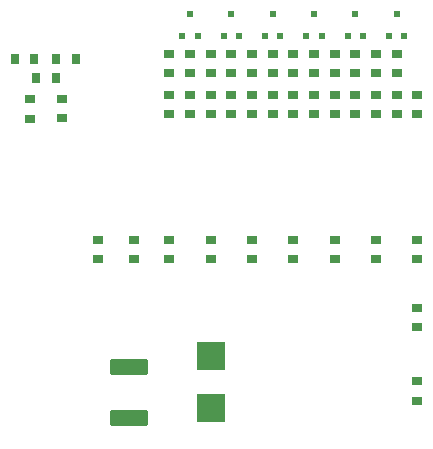
<source format=gbp>
G04*
G04 #@! TF.GenerationSoftware,Altium Limited,CircuitStudio,1.5.2 (30)*
G04*
G04 Layer_Color=16770453*
%FSLAX44Y44*%
%MOMM*%
G71*
G01*
G75*
%ADD10R,0.9300X0.7900*%
%ADD15R,0.7900X0.9300*%
%ADD26R,2.4000X2.4000*%
G04:AMPARAMS|DCode=27|XSize=1.34mm|YSize=3.29mm|CornerRadius=0.1675mm|HoleSize=0mm|Usage=FLASHONLY|Rotation=90.000|XOffset=0mm|YOffset=0mm|HoleType=Round|Shape=RoundedRectangle|*
%AMROUNDEDRECTD27*
21,1,1.3400,2.9550,0,0,90.0*
21,1,1.0050,3.2900,0,0,90.0*
1,1,0.3350,1.4775,0.5025*
1,1,0.3350,1.4775,-0.5025*
1,1,0.3350,-1.4775,-0.5025*
1,1,0.3350,-1.4775,0.5025*
%
%ADD27ROUNDEDRECTD27*%
%ADD28R,0.6000X0.6000*%
D10*
X452500Y943200D02*
D03*
Y926800D02*
D03*
X482500Y943200D02*
D03*
Y926800D02*
D03*
X722500D02*
D03*
Y943200D02*
D03*
X394430Y1045790D02*
D03*
Y1062190D02*
D03*
X421730Y1045890D02*
D03*
Y1062290D02*
D03*
X652580Y1100690D02*
D03*
Y1084290D02*
D03*
X617580Y1100690D02*
D03*
Y1084290D02*
D03*
X582580Y1100690D02*
D03*
Y1084290D02*
D03*
X547580Y1100690D02*
D03*
Y1084290D02*
D03*
X512500Y1100700D02*
D03*
Y1084300D02*
D03*
X687580Y1049290D02*
D03*
Y1065690D02*
D03*
X652580Y1049290D02*
D03*
Y1065690D02*
D03*
X617580Y1049290D02*
D03*
Y1065690D02*
D03*
X582580Y1049290D02*
D03*
Y1065690D02*
D03*
X547580Y1049290D02*
D03*
Y1065690D02*
D03*
X512580Y1049290D02*
D03*
Y1065690D02*
D03*
X705080D02*
D03*
Y1049290D02*
D03*
X670080Y1065690D02*
D03*
Y1049290D02*
D03*
X635080Y1065690D02*
D03*
Y1049290D02*
D03*
X600080Y1065690D02*
D03*
Y1049290D02*
D03*
X565080Y1065690D02*
D03*
Y1049290D02*
D03*
X530080Y1065690D02*
D03*
Y1049290D02*
D03*
X705080Y1084290D02*
D03*
Y1100690D02*
D03*
X670080Y1084290D02*
D03*
Y1100690D02*
D03*
X635080Y1084290D02*
D03*
Y1100690D02*
D03*
X600080Y1084290D02*
D03*
Y1100690D02*
D03*
X565080Y1084290D02*
D03*
Y1100690D02*
D03*
X530080Y1084290D02*
D03*
Y1100690D02*
D03*
X687580Y926790D02*
D03*
Y943190D02*
D03*
X652580Y926790D02*
D03*
Y943190D02*
D03*
X617580Y926790D02*
D03*
Y943190D02*
D03*
X582580Y926790D02*
D03*
Y943190D02*
D03*
X547580Y926790D02*
D03*
Y943190D02*
D03*
X512580Y926790D02*
D03*
Y943190D02*
D03*
X722580Y1049290D02*
D03*
Y1065690D02*
D03*
X687500Y1100700D02*
D03*
Y1084300D02*
D03*
X722580Y823190D02*
D03*
Y806790D02*
D03*
Y869290D02*
D03*
Y885690D02*
D03*
D15*
X433200Y1096250D02*
D03*
X416800D02*
D03*
X398200D02*
D03*
X381800D02*
D03*
X399880Y1079990D02*
D03*
X416280D02*
D03*
D26*
X547500Y800500D02*
D03*
Y844500D02*
D03*
D27*
X478750Y835250D02*
D03*
Y792250D02*
D03*
D28*
X698580Y1115740D02*
D03*
X711580D02*
D03*
X705080Y1134240D02*
D03*
X663580Y1115740D02*
D03*
X676580D02*
D03*
X670080Y1134240D02*
D03*
X628580Y1115740D02*
D03*
X641580D02*
D03*
X635080Y1134240D02*
D03*
X593580Y1115740D02*
D03*
X606580D02*
D03*
X600080Y1134240D02*
D03*
X558580Y1115740D02*
D03*
X571580D02*
D03*
X565080Y1134240D02*
D03*
X523580Y1115740D02*
D03*
X536580D02*
D03*
X530080Y1134240D02*
D03*
M02*

</source>
